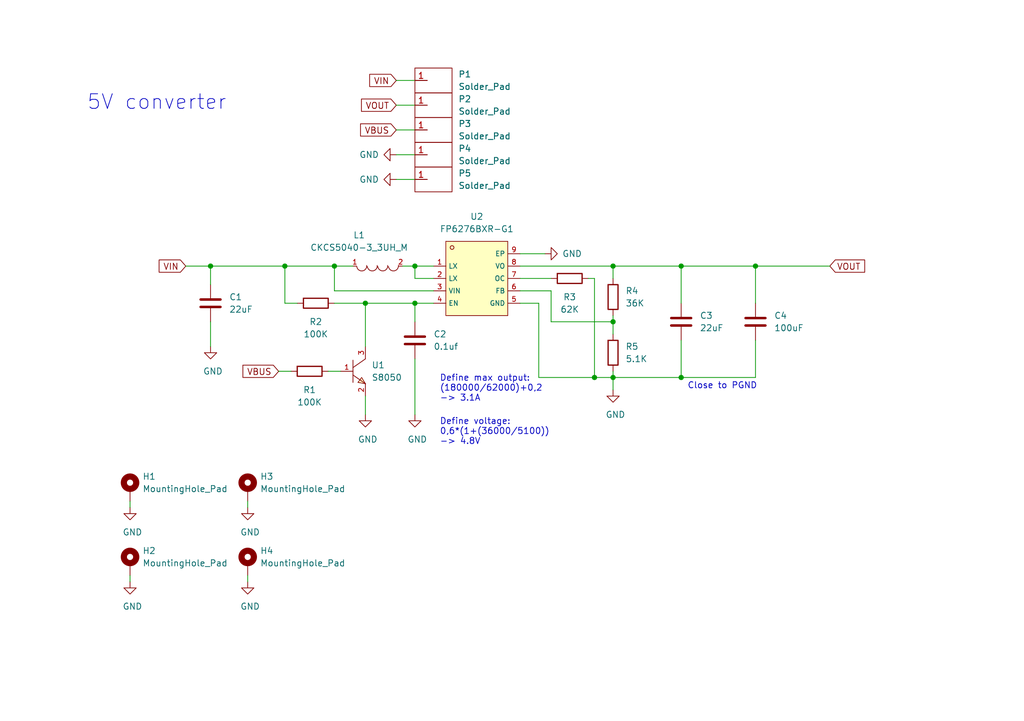
<source format=kicad_sch>
(kicad_sch (version 20211123) (generator eeschema)
  (paper "A5")
  (lib_symbols
    (symbol "Device:1K_0603" (pin_numbers hide) (pin_names (offset 0))
      (property "Reference" "R" (at 2.032 0 90))
      (property "Value" "1K_0603" (at 0 0 90))
      (symbol "1K_0603_0_1"
        (rectangle (start -1.016 -2.54) (end 1.016 2.54) (stroke (width 0.254)))
      )
      (symbol "1K_0603_1_1"
        (pin passive line (at 0 3.81 270) (length 1.27) (name "~") (number "1"))
        (pin passive line (at 0 -3.81 90) (length 1.27) (name "~") (number "2"))
      )
    )
    (symbol "Device:C" (pin_numbers hide) (pin_names (offset 0.254))
      (property "Reference" "C" (at 0.635 2.54 0))
      (property "Value" "C" (at 0.635 -2.54 0))
      (symbol "C_0_1"
        (polyline (pts (xy -2.032 -0.762) (xy 2.032 -0.762)) (stroke (width 0.508)))
        (polyline (pts (xy -2.032 0.762) (xy 2.032 0.762)) (stroke (width 0.508)))
      )
      (symbol "C_1_1"
        (pin passive line (at 0 3.81 270) (length 2.794) (name "~") (number "1"))
        (pin passive line (at 0 -3.81 90) (length 2.794) (name "~") (number "2"))
      )
    )
    (symbol "Device:R" (pin_numbers hide) (pin_names (offset 0))
      (property "Reference" "R" (at 2.032 0 90))
      (property "Value" "R" (at 0 0 90))
      (symbol "R_0_1"
        (rectangle (start -1.016 -2.54) (end 1.016 2.54) (stroke (width 0.254)))
      )
      (symbol "R_1_1"
        (pin passive line (at 0 3.81 270) (length 1.27) (name "~") (number "1"))
        (pin passive line (at 0 -3.81 90) (length 1.27) (name "~") (number "2"))
      )
    )
    (symbol "Mechanical:MountingHole_Pad" (pin_numbers hide) (pin_names (offset 1.016) hide)
      (property "Reference" "H" (at 0 6.35 0))
      (property "Value" "MountingHole_Pad" (at 0 4.445 0))
      (symbol "MountingHole_Pad_0_1"
        (circle (center 0 1.27) (radius 1.27) (stroke (width 1.27)))
      )
      (symbol "MountingHole_Pad_1_1"
        (pin input line (at 0 -2.54 90) (length 2.54) (name "1") (number "1"))
      )
    )
    (symbol "MyParts:CKCS5040-3_3UH_M" (pin_names hide)
      (property "Reference" "L" (at 0 5.08 0))
      (property "Value" "CKCS5040-3_3UH_M" (at 0 1.27 0))
      (symbol "CKCS5040-3_3UH_M_0_0"
        (arc (start -5.5559 -1.371) (mid -4.4291 -2.2623) (end -3.5376 -1.1355))
        (arc (start -3.4012 -1.3703) (mid -2.2743 -2.262) (end -1.3829 -1.1349))
        (arc (start -1.2506 -1.3703) (mid -0.1237 -2.262) (end 0.7677 -1.1349))
        (arc (start 0.9422 -1.3708) (mid 2.0691 -2.2625) (end 2.9605 -1.1354))
        (pin unspecified line (at -6.35 -1.27 0) (length 0.762) (name "1") (number "1"))
        (pin unspecified line (at 3.81 -1.27 180) (length 0.762) (name "2") (number "2"))
      )
    )
    (symbol "MyParts:FP6276BXR-G1"
      (property "Reference" "U" (at 0 1.27 0))
      (property "Value" "FP6276BXR-G1" (at 0 -2.54 0))
      (symbol "FP6276BXR-G1_0_0"
        (rectangle (start -6.35 -5.08) (end 6.35 -20.32) (fill (type background)))
        (circle (center -5.08 -6.35) (radius 0.381) (fill (type background)))
        (pin unspecified line (at -8.89 -10.16 0) (length 2.54) (name "LX") (number "1"))
        (pin unspecified line (at -8.89 -12.7 0) (length 2.54) (name "LX") (number "2"))
        (pin unspecified line (at -8.89 -15.24 0) (length 2.54) (name "VIN") (number "3"))
        (pin unspecified line (at -8.89 -17.78 0) (length 2.54) (name "EN") (number "4"))
        (pin unspecified line (at 8.89 -17.78 180) (length 2.54) (name "GND") (number "5"))
        (pin unspecified line (at 8.89 -15.24 180) (length 2.54) (name "FB") (number "6"))
        (pin unspecified line (at 8.89 -12.7 180) (length 2.54) (name "OC") (number "7"))
        (pin unspecified line (at 8.89 -10.16 180) (length 2.54) (name "VO") (number "8"))
        (pin unspecified line (at 8.89 -7.62 180) (length 2.54) (name "EP") (number "9"))
      )
    )
    (symbol "MyParts:S8050" (pin_names hide)
      (property "Reference" "U" (at 0 1.27 0))
      (property "Value" "S8050" (at 0 -2.54 0))
      (symbol "S8050_0_0"
        (polyline (pts (xy -1.27 -8.382) (xy 1.27 -10.16)))
        (polyline (pts (xy -1.27 -5.334) (xy -1.27 -9.906)))
        (polyline (pts (xy 1.27 -5.08) (xy -1.27 -6.858)))
        (polyline (pts (xy 1.27 -10.16) (xy 0.508 -8.89) (xy -0.254 -9.906) (xy 1.27 -10.16)) (fill (type background)))
        (pin unspecified line (at -3.81 -7.62 0) (length 2.54) (name "B") (number "1"))
        (pin unspecified line (at 1.27 -12.7 90) (length 2.54) (name "E") (number "2"))
        (pin unspecified line (at 1.27 -2.54 270) (length 2.54) (name "C") (number "3"))
      )
    )
    (symbol "MyParts:Solder_Pad"
      (property "Reference" "P" (at 0 3.81 0))
      (property "Value" "Solder_Pad" (at 0 -2.54 0))
      (symbol "Solder_Pad_0_1"
        (rectangle (start 0 2.54) (end 7.62 -2.54) (stroke (width 0.1524)))
      )
      (symbol "Solder_Pad_1_1"
        (pin bidirectional line (at 0 0 0) (length 2.54) (name "") (number "1"))
      )
    )
    (symbol "power:GND" (power) (pin_names (offset 0))
      (property "Value" "GND" (at 0 -3.81 0))
      (symbol "GND_0_1"
        (polyline (pts (xy 0 0) (xy 0 -1.27) (xy 1.27 -1.27) (xy 0 -2.54) (xy -1.27 -1.27) (xy 0 -1.27)))
      )
      (symbol "GND_1_1"
        (pin power_in line (at 0 0 270) (length 0) hide (name "GND") (number "1"))
      )
    )
  )
  (junction (at 58.42 54.61))
  (junction (at 125.73 77.47))
  (junction (at 121.92 77.47))
  (junction (at 139.7 77.47))
  (junction (at 85.09 62.23))
  (junction (at 68.58 54.61))
  (junction (at 74.93 62.23))
  (junction (at 125.73 54.61))
  (junction (at 85.09 54.61))
  (junction (at 154.94 54.61))
  (junction (at 125.73 66.04))
  (junction (at 139.7 54.61))
  (junction (at 43.18 54.61))
  (wire (pts (xy 110.49 62.23) (xy 110.49 77.47)))
  (wire (pts (xy 125.73 64.77) (xy 125.73 66.04)))
  (wire (pts (xy 68.58 54.61) (xy 72.39 54.61)))
  (wire (pts (xy 43.18 54.61) (xy 58.42 54.61)))
  (wire (pts (xy 81.28 26.67) (xy 85.09 26.67)))
  (wire (pts (xy 106.68 59.69) (xy 113.03 59.69)))
  (wire (pts (xy 125.73 54.61) (xy 139.7 54.61)))
  (wire (pts (xy 85.09 57.15) (xy 85.09 54.61)))
  (wire (pts (xy 106.68 52.07) (xy 111.76 52.07)))
  (wire (pts (xy 81.28 21.59) (xy 85.09 21.59)))
  (wire (pts (xy 121.92 77.47) (xy 125.73 77.47)))
  (wire (pts (xy 154.94 54.61) (xy 170.18 54.61)))
  (wire (pts (xy 68.58 59.69) (xy 68.58 54.61)))
  (wire (pts (xy 139.7 77.47) (xy 125.73 77.47)))
  (wire (pts (xy 154.94 77.47) (xy 139.7 77.47)))
  (wire (pts (xy 81.28 16.51) (xy 85.09 16.51)))
  (wire (pts (xy 125.73 54.61) (xy 125.73 57.15)))
  (wire (pts (xy 74.93 81.28) (xy 74.93 85.09)))
  (wire (pts (xy 125.73 77.47) (xy 125.73 80.01)))
  (wire (pts (xy 50.8 102.87) (xy 50.8 104.14)))
  (wire (pts (xy 106.68 62.23) (xy 110.49 62.23)))
  (wire (pts (xy 85.09 62.23) (xy 85.09 66.04)))
  (wire (pts (xy 120.65 57.15) (xy 121.92 57.15)))
  (wire (pts (xy 113.03 59.69) (xy 113.03 66.04)))
  (wire (pts (xy 58.42 54.61) (xy 68.58 54.61)))
  (wire (pts (xy 121.92 57.15) (xy 121.92 77.47)))
  (wire (pts (xy 26.67 118.11) (xy 26.67 119.38)))
  (wire (pts (xy 60.96 62.23) (xy 58.42 62.23)))
  (wire (pts (xy 113.03 66.04) (xy 125.73 66.04)))
  (wire (pts (xy 74.93 62.23) (xy 74.93 71.12)))
  (wire (pts (xy 26.67 102.87) (xy 26.67 104.14)))
  (wire (pts (xy 88.9 59.69) (xy 68.58 59.69)))
  (wire (pts (xy 57.15 76.2) (xy 59.69 76.2)))
  (wire (pts (xy 67.31 76.2) (xy 69.85 76.2)))
  (wire (pts (xy 81.28 31.75) (xy 85.09 31.75)))
  (wire (pts (xy 139.7 69.85) (xy 139.7 77.47)))
  (wire (pts (xy 81.28 36.83) (xy 85.09 36.83)))
  (wire (pts (xy 68.58 62.23) (xy 74.93 62.23)))
  (wire (pts (xy 125.73 76.2) (xy 125.73 77.47)))
  (wire (pts (xy 38.1 54.61) (xy 43.18 54.61)))
  (wire (pts (xy 85.09 73.66) (xy 85.09 85.09)))
  (wire (pts (xy 43.18 66.04) (xy 43.18 71.12)))
  (wire (pts (xy 85.09 62.23) (xy 88.9 62.23)))
  (wire (pts (xy 139.7 54.61) (xy 139.7 62.23)))
  (wire (pts (xy 106.68 57.15) (xy 113.03 57.15)))
  (wire (pts (xy 139.7 54.61) (xy 154.94 54.61)))
  (wire (pts (xy 85.09 54.61) (xy 88.9 54.61)))
  (wire (pts (xy 58.42 62.23) (xy 58.42 54.61)))
  (wire (pts (xy 154.94 69.85) (xy 154.94 77.47)))
  (wire (pts (xy 43.18 54.61) (xy 43.18 58.42)))
  (wire (pts (xy 106.68 54.61) (xy 125.73 54.61)))
  (wire (pts (xy 154.94 54.61) (xy 154.94 62.23)))
  (wire (pts (xy 82.55 54.61) (xy 85.09 54.61)))
  (wire (pts (xy 50.8 118.11) (xy 50.8 119.38)))
  (wire (pts (xy 125.73 66.04) (xy 125.73 68.58)))
  (wire (pts (xy 88.9 57.15) (xy 85.09 57.15)))
  (wire (pts (xy 110.49 77.47) (xy 121.92 77.47)))
  (wire (pts (xy 74.93 62.23) (xy 85.09 62.23)))
  (text "Define voltage:\n0,6*(1+(36000/5100))\n-> 4.8V" (at 90.17 91.44 0) (effects (font (size 1.27 1.27)) (justify left bottom)))
  (text "5V converter" (at 17.78 22.86 0) (effects (font (size 3 3)) (justify left bottom)))
  (text "Define max output:\n(180000/62000)+0,2\n-> 3.1A" (at 90.17 82.55 0) (effects (font (size 1.27 1.27)) (justify left bottom)))
  (text "Close to PGND" (at 140.97 80.01 0) (effects (font (size 1.27 1.27)) (justify left bottom)))
  (global_label "VOUT" (shape input) (at 81.28 21.59 180) (property "Intersheet References" "${INTERSHEET_REFS}" (effects hide)))
  (global_label "VBUS" (shape input) (at 57.15 76.2 180) (property "Intersheet References" "${INTERSHEET_REFS}" (effects hide)))
  (global_label "VOUT" (shape input) (at 170.18 54.61 0) (property "Intersheet References" "${INTERSHEET_REFS}" (effects hide)))
  (global_label "VBUS" (shape input) (at 81.28 26.67 180) (property "Intersheet References" "${INTERSHEET_REFS}" (effects hide)))
  (global_label "VIN" (shape input) (at 38.1 54.61 180) (property "Intersheet References" "${INTERSHEET_REFS}" (effects hide)))
  (global_label "VIN" (shape input) (at 81.28 16.51 180) (property "Intersheet References" "${INTERSHEET_REFS}" (effects hide)))
  (symbol (lib_id "Device:C") (at 43.18 62.23 0) (unit 1)
    (property "Reference" "C1" (at 46.99 60.9599 0) (effects (justify left)))
    (property "Value" "22uF" (at 46.99 63.4999 0) (effects (justify left)))
    (property "Footprint" "Capacitor_SMD:C_0603_1608Metric_Pad1.08x0.95mm_HandSolder" (effects hide))
    (property "LCSC #" "C59461" (effects hide))
  )
  (symbol (lib_id "power:GND") (at 26.67 119.38 0) (mirror y) (unit 1)
    (property "Reference" "#PWR0107" (effects hide))
    (property "Value" "GND" (at 29.21 124.46 0) (effects (justify left)))
  )
  (symbol (lib_id "Device:1K_0603") (at 125.73 72.39 180) (unit 1)
    (property "Reference" "R5" (at 128.27 71.1199 0) (effects (justify right)))
    (property "Value" "5.1K" (at 128.27 73.6599 0) (effects (justify right)))
    (property "Footprint" "Resistor_SMD:R_0603_1608Metric_Pad0.98x0.95mm_HandSolder" (effects hide))
    (property "LCSC #" "C23186" (effects hide))
  )
  (symbol (lib_id "power:GND") (at 50.8 119.38 0) (mirror y) (unit 1)
    (property "Reference" "#PWR0109" (effects hide))
    (property "Value" "GND" (at 53.34 124.46 0) (effects (justify left)))
  )
  (symbol (lib_id "power:GND") (at 50.8 104.14 0) (mirror y) (unit 1)
    (property "Reference" "#PWR0106" (effects hide))
    (property "Value" "GND" (at 53.34 109.22 0) (effects (justify left)))
  )
  (symbol (lib_id "power:GND") (at 43.18 71.12 0) (mirror y) (unit 1)
    (property "Reference" "#PWR0105" (effects hide))
    (property "Value" "GND" (at 45.72 76.2 0) (effects (justify left)))
  )
  (symbol (lib_id "power:GND") (at 125.73 80.01 0) (mirror y) (unit 1)
    (property "Reference" "#PWR0103" (effects hide))
    (property "Value" "GND" (at 128.27 85.09 0) (effects (justify left)))
  )
  (symbol (lib_id "power:GND") (at 81.28 31.75 270) (mirror x) (unit 1)
    (property "Reference" "#PWR0110" (effects hide))
    (property "Value" "GND" (at 73.66 31.75 90) (effects (justify left)))
  )
  (symbol (lib_id "MyParts:Solder_Pad") (at 85.09 21.59 0) (unit 1)
    (property "Reference" "P2" (at 93.98 20.3199 0) (effects (justify left)))
    (property "Value" "Solder_Pad" (at 93.98 22.8599 0) (effects (justify left)))
    (property "Footprint" "footprint:Solder pad" (effects hide))
  )
  (symbol (lib_id "MyParts:FP6276BXR-G1") (at 97.79 44.45 0) (unit 1)
    (property "Reference" "U2" (at 97.79 44.45 0))
    (property "Value" "FP6276BXR-G1" (at 97.79 46.99 0))
    (property "Footprint" "footprint:SOP-8_L4.9-W3.9-P1.27-LS6.0-BL-EP" (effects hide))
    (property "Datasheet" "https://item.szlcsc.com/309710.html" (effects hide))
    (property "LCSC" "C82652" (effects hide))
  )
  (symbol (lib_id "power:GND") (at 111.76 52.07 90) (mirror x) (unit 1)
    (property "Reference" "#PWR0104" (effects hide))
    (property "Value" "GND" (at 119.38 52.07 90) (effects (justify left)))
  )
  (symbol (lib_id "Device:R") (at 64.77 62.23 90) (unit 1)
    (property "Reference" "R2" (at 64.77 66.04 90))
    (property "Value" "100K" (at 64.77 68.58 90))
    (property "Footprint" "Resistor_SMD:R_0603_1608Metric_Pad0.98x0.95mm_HandSolder" (effects hide))
    (property "LCSC #" "C25803" (effects hide))
  )
  (symbol (lib_id "MyParts:Solder_Pad") (at 85.09 36.83 0) (unit 1)
    (property "Reference" "P5" (at 93.98 35.5599 0) (effects (justify left)))
    (property "Value" "Solder_Pad" (at 93.98 38.0999 0) (effects (justify left)))
    (property "Footprint" "footprint:Solder pad" (effects hide))
  )
  (symbol (lib_id "power:GND") (at 85.09 85.09 0) (mirror y) (unit 1)
    (property "Reference" "#PWR0102" (effects hide))
    (property "Value" "GND" (at 87.63 90.17 0) (effects (justify left)))
  )
  (symbol (lib_id "Device:1K_0603") (at 116.84 57.15 90) (unit 1)
    (property "Reference" "R3" (at 116.84 60.96 90))
    (property "Value" "62K" (at 116.84 63.5 90))
    (property "Footprint" "Resistor_SMD:R_0603_1608Metric_Pad0.98x0.95mm_HandSolder" (effects hide))
    (property "LCSC #" "C23221" (effects hide))
  )
  (symbol (lib_id "Device:C") (at 139.7 66.04 0) (unit 1)
    (property "Reference" "C3" (at 143.51 64.7699 0) (effects (justify left)))
    (property "Value" "22uF" (at 143.51 67.3099 0) (effects (justify left)))
    (property "Footprint" "Capacitor_SMD:C_0603_1608Metric_Pad1.08x0.95mm_HandSolder" (effects hide))
    (property "LCSC #" "C59461" (effects hide))
  )
  (symbol (lib_id "Device:1K_0603") (at 125.73 60.96 180) (unit 1)
    (property "Reference" "R4" (at 128.27 59.6899 0) (effects (justify right)))
    (property "Value" "36K" (at 128.27 62.2299 0) (effects (justify right)))
    (property "Footprint" "Resistor_SMD:R_0603_1608Metric_Pad0.98x0.95mm_HandSolder" (effects hide))
    (property "LCSC #" "C23147" (effects hide))
  )
  (symbol (lib_id "MyParts:Solder_Pad") (at 85.09 31.75 0) (unit 1)
    (property "Reference" "P4" (at 93.98 30.4799 0) (effects (justify left)))
    (property "Value" "Solder_Pad" (at 93.98 33.0199 0) (effects (justify left)))
    (property "Footprint" "footprint:Solder pad" (effects hide))
  )
  (symbol (lib_id "Mechanical:MountingHole_Pad") (at 26.67 100.33 0) (unit 1)
    (property "Reference" "H1" (at 29.21 97.7899 0) (effects (justify left)))
    (property "Value" "MountingHole_Pad" (at 29.21 100.3299 0) (effects (justify left)))
    (property "Footprint" "MountingHole:MountingHole_3.2mm_M3_DIN965_Pad" (effects hide))
  )
  (symbol (lib_id "power:GND") (at 26.67 104.14 0) (mirror y) (unit 1)
    (property "Reference" "#PWR0108" (effects hide))
    (property "Value" "GND" (at 29.21 109.22 0) (effects (justify left)))
  )
  (symbol (lib_id "MyParts:Solder_Pad") (at 85.09 16.51 0) (unit 1)
    (property "Reference" "P1" (at 93.98 15.2399 0) (effects (justify left)))
    (property "Value" "Solder_Pad" (at 93.98 17.7799 0) (effects (justify left)))
    (property "Footprint" "footprint:Solder pad" (effects hide))
  )
  (symbol (lib_id "MyParts:CKCS5040-3_3UH_M") (at 78.74 53.34 0) (unit 1)
    (property "Reference" "L1" (at 73.66 48.26 0))
    (property "Value" "CKCS5040-3_3UH_M" (at 73.66 50.8 0))
    (property "Footprint" "footprint:IND-SMD_L5.0-W5.0" (effects hide))
    (property "LCSC #" "C354603" (effects hide))
  )
  (symbol (lib_id "power:GND") (at 74.93 85.09 0) (mirror y) (unit 1)
    (property "Reference" "#PWR0101" (effects hide))
    (property "Value" "GND" (at 77.47 90.17 0) (effects (justify left)))
  )
  (symbol (lib_id "Mechanical:MountingHole_Pad") (at 26.67 115.57 0) (unit 1)
    (property "Reference" "H2" (at 29.21 113.0299 0) (effects (justify left)))
    (property "Value" "MountingHole_Pad" (at 29.21 115.5699 0) (effects (justify left)))
    (property "Footprint" "MountingHole:MountingHole_3.2mm_M3_DIN965_Pad" (effects hide))
  )
  (symbol (lib_id "Device:C") (at 85.09 69.85 0) (unit 1)
    (property "Reference" "C2" (at 88.9 68.5799 0) (effects (justify left)))
    (property "Value" "0.1uf" (at 88.9 71.1199 0) (effects (justify left)))
    (property "Footprint" "Capacitor_SMD:C_0603_1608Metric_Pad1.08x0.95mm_HandSolder" (effects hide))
    (property "LCSC #" "C14663" (effects hide))
  )
  (symbol (lib_id "Mechanical:MountingHole_Pad") (at 50.8 115.57 0) (unit 1)
    (property "Reference" "H4" (at 53.34 113.0299 0) (effects (justify left)))
    (property "Value" "MountingHole_Pad" (at 53.34 115.5699 0) (effects (justify left)))
    (property "Footprint" "MountingHole:MountingHole_3.2mm_M3_DIN965_Pad" (effects hide))
  )
  (symbol (lib_id "Device:R") (at 63.5 76.2 90) (unit 1)
    (property "Reference" "R1" (at 63.5 80.01 90))
    (property "Value" "100K" (at 63.5 82.55 90))
    (property "Footprint" "Resistor_SMD:R_0603_1608Metric_Pad0.98x0.95mm_HandSolder" (effects hide))
    (property "LCSC #" "C25803" (effects hide))
  )
  (symbol (lib_id "power:GND") (at 81.28 36.83 270) (mirror x) (unit 1)
    (property "Reference" "#PWR0111" (effects hide))
    (property "Value" "GND" (at 73.66 36.83 90) (effects (justify left)))
  )
  (symbol (lib_id "MyParts:S8050") (at 73.66 68.58 0) (unit 1)
    (property "Reference" "U1" (at 76.2 74.9299 0) (effects (justify left)))
    (property "Value" "S8050" (at 76.2 77.4699 0) (effects (justify left)))
    (property "Footprint" "footprint:SOT-23-3_L3.0-W1.7-P0.95-LS2.9-BR" (effects hide))
    (property "Datasheet" "https://item.szlcsc.com/139341.html" (effects hide))
    (property "LCSC" "C2146" (effects hide))
  )
  (symbol (lib_id "Device:C") (at 154.94 66.04 0) (unit 1)
    (property "Reference" "C4" (at 158.75 64.7699 0) (effects (justify left)))
    (property "Value" "100uF" (at 158.75 67.3099 0) (effects (justify left)))
    (property "Footprint" "Capacitor_SMD:C_1206_3216Metric_Pad1.33x1.80mm_HandSolder" (effects hide))
    (property "LCSC #" "C15008" (effects hide))
  )
  (symbol (lib_id "Mechanical:MountingHole_Pad") (at 50.8 100.33 0) (unit 1)
    (property "Reference" "H3" (at 53.34 97.7899 0) (effects (justify left)))
    (property "Value" "MountingHole_Pad" (at 53.34 100.3299 0) (effects (justify left)))
    (property "Footprint" "MountingHole:MountingHole_3.2mm_M3_DIN965_Pad" (effects hide))
  )
  (symbol (lib_id "MyParts:Solder_Pad") (at 85.09 26.67 0) (unit 1)
    (property "Reference" "P3" (at 93.98 25.3999 0) (effects (justify left)))
    (property "Value" "Solder_Pad" (at 93.98 27.9399 0) (effects (justify left)))
    (property "Footprint" "footprint:Solder pad" (effects hide))
  )
)
</source>
